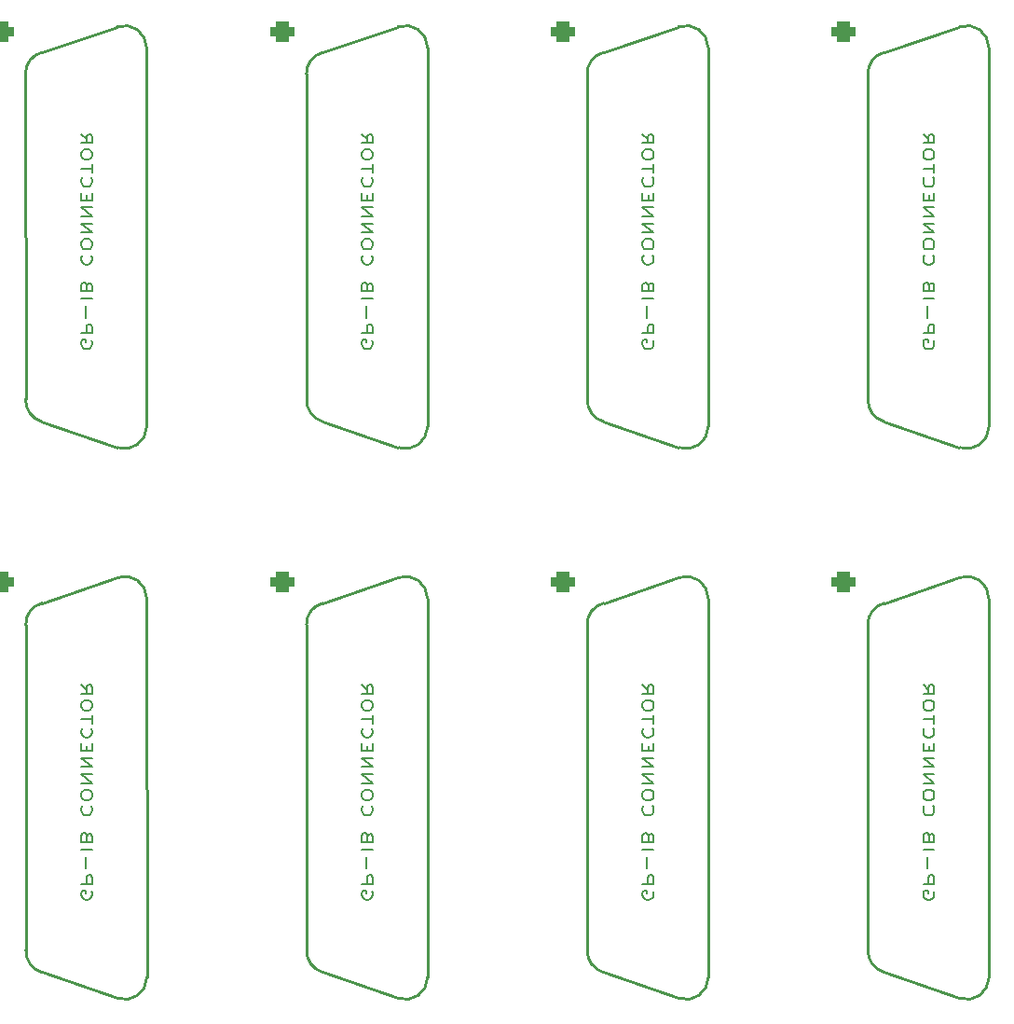
<source format=gbo>
G04 #@! TF.GenerationSoftware,KiCad,Pcbnew,6.0.0-d3dd2cf0fa~116~ubuntu20.04.1*
G04 #@! TF.CreationDate,2022-01-17T17:50:43+01:00*
G04 #@! TF.ProjectId,8xArduino_GPIB_Cuttout,38784172-6475-4696-9e6f-5f475049425f,rev?*
G04 #@! TF.SameCoordinates,Original*
G04 #@! TF.FileFunction,Legend,Bot*
G04 #@! TF.FilePolarity,Positive*
%FSLAX46Y46*%
G04 Gerber Fmt 4.6, Leading zero omitted, Abs format (unit mm)*
G04 Created by KiCad (PCBNEW 6.0.0-d3dd2cf0fa~116~ubuntu20.04.1) date 2022-01-17 17:50:43*
%MOMM*%
%LPD*%
G01*
G04 APERTURE LIST*
G04 Aperture macros list*
%AMRoundRect*
0 Rectangle with rounded corners*
0 $1 Rounding radius*
0 $2 $3 $4 $5 $6 $7 $8 $9 X,Y pos of 4 corners*
0 Add a 4 corners polygon primitive as box body*
4,1,4,$2,$3,$4,$5,$6,$7,$8,$9,$2,$3,0*
0 Add four circle primitives for the rounded corners*
1,1,$1+$1,$2,$3*
1,1,$1+$1,$4,$5*
1,1,$1+$1,$6,$7*
1,1,$1+$1,$8,$9*
0 Add four rect primitives between the rounded corners*
20,1,$1+$1,$2,$3,$4,$5,0*
20,1,$1+$1,$4,$5,$6,$7,0*
20,1,$1+$1,$6,$7,$8,$9,0*
20,1,$1+$1,$8,$9,$2,$3,0*%
G04 Aperture macros list end*
%ADD10C,0.200000*%
%ADD11C,0.250000*%
%ADD12C,0.120000*%
%ADD13C,0.602000*%
%ADD14RoundRect,0.476000X-0.625000X-0.425000X0.625000X-0.425000X0.625000X0.425000X-0.625000X0.425000X0*%
%ADD15O,2.202000X1.802000*%
G04 APERTURE END LIST*
D10*
X129565000Y-87796666D02*
X129612619Y-87930000D01*
X129612619Y-88130000D01*
X129565000Y-88330000D01*
X129469761Y-88463333D01*
X129374523Y-88530000D01*
X129184047Y-88596666D01*
X129041190Y-88596666D01*
X128850714Y-88530000D01*
X128755476Y-88463333D01*
X128660238Y-88330000D01*
X128612619Y-88130000D01*
X128612619Y-87996666D01*
X128660238Y-87796666D01*
X128707857Y-87730000D01*
X129041190Y-87730000D01*
X129041190Y-87996666D01*
X128612619Y-87130000D02*
X129612619Y-87130000D01*
X129612619Y-86596666D01*
X129565000Y-86463333D01*
X129517380Y-86396666D01*
X129422142Y-86330000D01*
X129279285Y-86330000D01*
X129184047Y-86396666D01*
X129136428Y-86463333D01*
X129088809Y-86596666D01*
X129088809Y-87130000D01*
X128993571Y-85730000D02*
X128993571Y-84663333D01*
X128612619Y-83996666D02*
X129612619Y-83996666D01*
X129136428Y-82863333D02*
X129088809Y-82663333D01*
X129041190Y-82596666D01*
X128945952Y-82530000D01*
X128803095Y-82530000D01*
X128707857Y-82596666D01*
X128660238Y-82663333D01*
X128612619Y-82796666D01*
X128612619Y-83330000D01*
X129612619Y-83330000D01*
X129612619Y-82863333D01*
X129565000Y-82730000D01*
X129517380Y-82663333D01*
X129422142Y-82596666D01*
X129326904Y-82596666D01*
X129231666Y-82663333D01*
X129184047Y-82730000D01*
X129136428Y-82863333D01*
X129136428Y-83330000D01*
X128707857Y-80063333D02*
X128660238Y-80130000D01*
X128612619Y-80330000D01*
X128612619Y-80463333D01*
X128660238Y-80663333D01*
X128755476Y-80796666D01*
X128850714Y-80863333D01*
X129041190Y-80930000D01*
X129184047Y-80930000D01*
X129374523Y-80863333D01*
X129469761Y-80796666D01*
X129565000Y-80663333D01*
X129612619Y-80463333D01*
X129612619Y-80330000D01*
X129565000Y-80130000D01*
X129517380Y-80063333D01*
X129612619Y-79196666D02*
X129612619Y-78930000D01*
X129565000Y-78796666D01*
X129469761Y-78663333D01*
X129279285Y-78596666D01*
X128945952Y-78596666D01*
X128755476Y-78663333D01*
X128660238Y-78796666D01*
X128612619Y-78930000D01*
X128612619Y-79196666D01*
X128660238Y-79330000D01*
X128755476Y-79463333D01*
X128945952Y-79530000D01*
X129279285Y-79530000D01*
X129469761Y-79463333D01*
X129565000Y-79330000D01*
X129612619Y-79196666D01*
X128612619Y-77996666D02*
X129612619Y-77996666D01*
X128612619Y-77196666D01*
X129612619Y-77196666D01*
X128612619Y-76530000D02*
X129612619Y-76530000D01*
X128612619Y-75730000D01*
X129612619Y-75730000D01*
X129136428Y-75063333D02*
X129136428Y-74596666D01*
X128612619Y-74396666D02*
X128612619Y-75063333D01*
X129612619Y-75063333D01*
X129612619Y-74396666D01*
X128707857Y-72996666D02*
X128660238Y-73063333D01*
X128612619Y-73263333D01*
X128612619Y-73396666D01*
X128660238Y-73596666D01*
X128755476Y-73730000D01*
X128850714Y-73796666D01*
X129041190Y-73863333D01*
X129184047Y-73863333D01*
X129374523Y-73796666D01*
X129469761Y-73730000D01*
X129565000Y-73596666D01*
X129612619Y-73396666D01*
X129612619Y-73263333D01*
X129565000Y-73063333D01*
X129517380Y-72996666D01*
X129612619Y-72596666D02*
X129612619Y-71796666D01*
X128612619Y-72196666D02*
X129612619Y-72196666D01*
X129612619Y-71063333D02*
X129612619Y-70796666D01*
X129565000Y-70663333D01*
X129469761Y-70530000D01*
X129279285Y-70463333D01*
X128945952Y-70463333D01*
X128755476Y-70530000D01*
X128660238Y-70663333D01*
X128612619Y-70796666D01*
X128612619Y-71063333D01*
X128660238Y-71196666D01*
X128755476Y-71330000D01*
X128945952Y-71396666D01*
X129279285Y-71396666D01*
X129469761Y-71330000D01*
X129565000Y-71196666D01*
X129612619Y-71063333D01*
X128612619Y-69063333D02*
X129088809Y-69530000D01*
X128612619Y-69863333D02*
X129612619Y-69863333D01*
X129612619Y-69330000D01*
X129565000Y-69196666D01*
X129517380Y-69130000D01*
X129422142Y-69063333D01*
X129279285Y-69063333D01*
X129184047Y-69130000D01*
X129136428Y-69196666D01*
X129088809Y-69330000D01*
X129088809Y-69863333D01*
X104065000Y-87796666D02*
X104112619Y-87930000D01*
X104112619Y-88130000D01*
X104065000Y-88330000D01*
X103969761Y-88463333D01*
X103874523Y-88530000D01*
X103684047Y-88596666D01*
X103541190Y-88596666D01*
X103350714Y-88530000D01*
X103255476Y-88463333D01*
X103160238Y-88330000D01*
X103112619Y-88130000D01*
X103112619Y-87996666D01*
X103160238Y-87796666D01*
X103207857Y-87730000D01*
X103541190Y-87730000D01*
X103541190Y-87996666D01*
X103112619Y-87130000D02*
X104112619Y-87130000D01*
X104112619Y-86596666D01*
X104065000Y-86463333D01*
X104017380Y-86396666D01*
X103922142Y-86330000D01*
X103779285Y-86330000D01*
X103684047Y-86396666D01*
X103636428Y-86463333D01*
X103588809Y-86596666D01*
X103588809Y-87130000D01*
X103493571Y-85730000D02*
X103493571Y-84663333D01*
X103112619Y-83996666D02*
X104112619Y-83996666D01*
X103636428Y-82863333D02*
X103588809Y-82663333D01*
X103541190Y-82596666D01*
X103445952Y-82530000D01*
X103303095Y-82530000D01*
X103207857Y-82596666D01*
X103160238Y-82663333D01*
X103112619Y-82796666D01*
X103112619Y-83330000D01*
X104112619Y-83330000D01*
X104112619Y-82863333D01*
X104065000Y-82730000D01*
X104017380Y-82663333D01*
X103922142Y-82596666D01*
X103826904Y-82596666D01*
X103731666Y-82663333D01*
X103684047Y-82730000D01*
X103636428Y-82863333D01*
X103636428Y-83330000D01*
X103207857Y-80063333D02*
X103160238Y-80130000D01*
X103112619Y-80330000D01*
X103112619Y-80463333D01*
X103160238Y-80663333D01*
X103255476Y-80796666D01*
X103350714Y-80863333D01*
X103541190Y-80930000D01*
X103684047Y-80930000D01*
X103874523Y-80863333D01*
X103969761Y-80796666D01*
X104065000Y-80663333D01*
X104112619Y-80463333D01*
X104112619Y-80330000D01*
X104065000Y-80130000D01*
X104017380Y-80063333D01*
X104112619Y-79196666D02*
X104112619Y-78930000D01*
X104065000Y-78796666D01*
X103969761Y-78663333D01*
X103779285Y-78596666D01*
X103445952Y-78596666D01*
X103255476Y-78663333D01*
X103160238Y-78796666D01*
X103112619Y-78930000D01*
X103112619Y-79196666D01*
X103160238Y-79330000D01*
X103255476Y-79463333D01*
X103445952Y-79530000D01*
X103779285Y-79530000D01*
X103969761Y-79463333D01*
X104065000Y-79330000D01*
X104112619Y-79196666D01*
X103112619Y-77996666D02*
X104112619Y-77996666D01*
X103112619Y-77196666D01*
X104112619Y-77196666D01*
X103112619Y-76530000D02*
X104112619Y-76530000D01*
X103112619Y-75730000D01*
X104112619Y-75730000D01*
X103636428Y-75063333D02*
X103636428Y-74596666D01*
X103112619Y-74396666D02*
X103112619Y-75063333D01*
X104112619Y-75063333D01*
X104112619Y-74396666D01*
X103207857Y-72996666D02*
X103160238Y-73063333D01*
X103112619Y-73263333D01*
X103112619Y-73396666D01*
X103160238Y-73596666D01*
X103255476Y-73730000D01*
X103350714Y-73796666D01*
X103541190Y-73863333D01*
X103684047Y-73863333D01*
X103874523Y-73796666D01*
X103969761Y-73730000D01*
X104065000Y-73596666D01*
X104112619Y-73396666D01*
X104112619Y-73263333D01*
X104065000Y-73063333D01*
X104017380Y-72996666D01*
X104112619Y-72596666D02*
X104112619Y-71796666D01*
X103112619Y-72196666D02*
X104112619Y-72196666D01*
X104112619Y-71063333D02*
X104112619Y-70796666D01*
X104065000Y-70663333D01*
X103969761Y-70530000D01*
X103779285Y-70463333D01*
X103445952Y-70463333D01*
X103255476Y-70530000D01*
X103160238Y-70663333D01*
X103112619Y-70796666D01*
X103112619Y-71063333D01*
X103160238Y-71196666D01*
X103255476Y-71330000D01*
X103445952Y-71396666D01*
X103779285Y-71396666D01*
X103969761Y-71330000D01*
X104065000Y-71196666D01*
X104112619Y-71063333D01*
X103112619Y-69063333D02*
X103588809Y-69530000D01*
X103112619Y-69863333D02*
X104112619Y-69863333D01*
X104112619Y-69330000D01*
X104065000Y-69196666D01*
X104017380Y-69130000D01*
X103922142Y-69063333D01*
X103779285Y-69063333D01*
X103684047Y-69130000D01*
X103636428Y-69196666D01*
X103588809Y-69330000D01*
X103588809Y-69863333D01*
X104065000Y-137796666D02*
X104112619Y-137930000D01*
X104112619Y-138130000D01*
X104065000Y-138330000D01*
X103969761Y-138463333D01*
X103874523Y-138530000D01*
X103684047Y-138596666D01*
X103541190Y-138596666D01*
X103350714Y-138530000D01*
X103255476Y-138463333D01*
X103160238Y-138330000D01*
X103112619Y-138130000D01*
X103112619Y-137996666D01*
X103160238Y-137796666D01*
X103207857Y-137730000D01*
X103541190Y-137730000D01*
X103541190Y-137996666D01*
X103112619Y-137130000D02*
X104112619Y-137130000D01*
X104112619Y-136596666D01*
X104065000Y-136463333D01*
X104017380Y-136396666D01*
X103922142Y-136330000D01*
X103779285Y-136330000D01*
X103684047Y-136396666D01*
X103636428Y-136463333D01*
X103588809Y-136596666D01*
X103588809Y-137130000D01*
X103493571Y-135730000D02*
X103493571Y-134663333D01*
X103112619Y-133996666D02*
X104112619Y-133996666D01*
X103636428Y-132863333D02*
X103588809Y-132663333D01*
X103541190Y-132596666D01*
X103445952Y-132530000D01*
X103303095Y-132530000D01*
X103207857Y-132596666D01*
X103160238Y-132663333D01*
X103112619Y-132796666D01*
X103112619Y-133330000D01*
X104112619Y-133330000D01*
X104112619Y-132863333D01*
X104065000Y-132730000D01*
X104017380Y-132663333D01*
X103922142Y-132596666D01*
X103826904Y-132596666D01*
X103731666Y-132663333D01*
X103684047Y-132730000D01*
X103636428Y-132863333D01*
X103636428Y-133330000D01*
X103207857Y-130063333D02*
X103160238Y-130130000D01*
X103112619Y-130330000D01*
X103112619Y-130463333D01*
X103160238Y-130663333D01*
X103255476Y-130796666D01*
X103350714Y-130863333D01*
X103541190Y-130930000D01*
X103684047Y-130930000D01*
X103874523Y-130863333D01*
X103969761Y-130796666D01*
X104065000Y-130663333D01*
X104112619Y-130463333D01*
X104112619Y-130330000D01*
X104065000Y-130130000D01*
X104017380Y-130063333D01*
X104112619Y-129196666D02*
X104112619Y-128930000D01*
X104065000Y-128796666D01*
X103969761Y-128663333D01*
X103779285Y-128596666D01*
X103445952Y-128596666D01*
X103255476Y-128663333D01*
X103160238Y-128796666D01*
X103112619Y-128930000D01*
X103112619Y-129196666D01*
X103160238Y-129330000D01*
X103255476Y-129463333D01*
X103445952Y-129530000D01*
X103779285Y-129530000D01*
X103969761Y-129463333D01*
X104065000Y-129330000D01*
X104112619Y-129196666D01*
X103112619Y-127996666D02*
X104112619Y-127996666D01*
X103112619Y-127196666D01*
X104112619Y-127196666D01*
X103112619Y-126530000D02*
X104112619Y-126530000D01*
X103112619Y-125730000D01*
X104112619Y-125730000D01*
X103636428Y-125063333D02*
X103636428Y-124596666D01*
X103112619Y-124396666D02*
X103112619Y-125063333D01*
X104112619Y-125063333D01*
X104112619Y-124396666D01*
X103207857Y-122996666D02*
X103160238Y-123063333D01*
X103112619Y-123263333D01*
X103112619Y-123396666D01*
X103160238Y-123596666D01*
X103255476Y-123730000D01*
X103350714Y-123796666D01*
X103541190Y-123863333D01*
X103684047Y-123863333D01*
X103874523Y-123796666D01*
X103969761Y-123730000D01*
X104065000Y-123596666D01*
X104112619Y-123396666D01*
X104112619Y-123263333D01*
X104065000Y-123063333D01*
X104017380Y-122996666D01*
X104112619Y-122596666D02*
X104112619Y-121796666D01*
X103112619Y-122196666D02*
X104112619Y-122196666D01*
X104112619Y-121063333D02*
X104112619Y-120796666D01*
X104065000Y-120663333D01*
X103969761Y-120530000D01*
X103779285Y-120463333D01*
X103445952Y-120463333D01*
X103255476Y-120530000D01*
X103160238Y-120663333D01*
X103112619Y-120796666D01*
X103112619Y-121063333D01*
X103160238Y-121196666D01*
X103255476Y-121330000D01*
X103445952Y-121396666D01*
X103779285Y-121396666D01*
X103969761Y-121330000D01*
X104065000Y-121196666D01*
X104112619Y-121063333D01*
X103112619Y-119063333D02*
X103588809Y-119530000D01*
X103112619Y-119863333D02*
X104112619Y-119863333D01*
X104112619Y-119330000D01*
X104065000Y-119196666D01*
X104017380Y-119130000D01*
X103922142Y-119063333D01*
X103779285Y-119063333D01*
X103684047Y-119130000D01*
X103636428Y-119196666D01*
X103588809Y-119330000D01*
X103588809Y-119863333D01*
X129565000Y-137796666D02*
X129612619Y-137930000D01*
X129612619Y-138130000D01*
X129565000Y-138330000D01*
X129469761Y-138463333D01*
X129374523Y-138530000D01*
X129184047Y-138596666D01*
X129041190Y-138596666D01*
X128850714Y-138530000D01*
X128755476Y-138463333D01*
X128660238Y-138330000D01*
X128612619Y-138130000D01*
X128612619Y-137996666D01*
X128660238Y-137796666D01*
X128707857Y-137730000D01*
X129041190Y-137730000D01*
X129041190Y-137996666D01*
X128612619Y-137130000D02*
X129612619Y-137130000D01*
X129612619Y-136596666D01*
X129565000Y-136463333D01*
X129517380Y-136396666D01*
X129422142Y-136330000D01*
X129279285Y-136330000D01*
X129184047Y-136396666D01*
X129136428Y-136463333D01*
X129088809Y-136596666D01*
X129088809Y-137130000D01*
X128993571Y-135730000D02*
X128993571Y-134663333D01*
X128612619Y-133996666D02*
X129612619Y-133996666D01*
X129136428Y-132863333D02*
X129088809Y-132663333D01*
X129041190Y-132596666D01*
X128945952Y-132530000D01*
X128803095Y-132530000D01*
X128707857Y-132596666D01*
X128660238Y-132663333D01*
X128612619Y-132796666D01*
X128612619Y-133330000D01*
X129612619Y-133330000D01*
X129612619Y-132863333D01*
X129565000Y-132730000D01*
X129517380Y-132663333D01*
X129422142Y-132596666D01*
X129326904Y-132596666D01*
X129231666Y-132663333D01*
X129184047Y-132730000D01*
X129136428Y-132863333D01*
X129136428Y-133330000D01*
X128707857Y-130063333D02*
X128660238Y-130130000D01*
X128612619Y-130330000D01*
X128612619Y-130463333D01*
X128660238Y-130663333D01*
X128755476Y-130796666D01*
X128850714Y-130863333D01*
X129041190Y-130930000D01*
X129184047Y-130930000D01*
X129374523Y-130863333D01*
X129469761Y-130796666D01*
X129565000Y-130663333D01*
X129612619Y-130463333D01*
X129612619Y-130330000D01*
X129565000Y-130130000D01*
X129517380Y-130063333D01*
X129612619Y-129196666D02*
X129612619Y-128930000D01*
X129565000Y-128796666D01*
X129469761Y-128663333D01*
X129279285Y-128596666D01*
X128945952Y-128596666D01*
X128755476Y-128663333D01*
X128660238Y-128796666D01*
X128612619Y-128930000D01*
X128612619Y-129196666D01*
X128660238Y-129330000D01*
X128755476Y-129463333D01*
X128945952Y-129530000D01*
X129279285Y-129530000D01*
X129469761Y-129463333D01*
X129565000Y-129330000D01*
X129612619Y-129196666D01*
X128612619Y-127996666D02*
X129612619Y-127996666D01*
X128612619Y-127196666D01*
X129612619Y-127196666D01*
X128612619Y-126530000D02*
X129612619Y-126530000D01*
X128612619Y-125730000D01*
X129612619Y-125730000D01*
X129136428Y-125063333D02*
X129136428Y-124596666D01*
X128612619Y-124396666D02*
X128612619Y-125063333D01*
X129612619Y-125063333D01*
X129612619Y-124396666D01*
X128707857Y-122996666D02*
X128660238Y-123063333D01*
X128612619Y-123263333D01*
X128612619Y-123396666D01*
X128660238Y-123596666D01*
X128755476Y-123730000D01*
X128850714Y-123796666D01*
X129041190Y-123863333D01*
X129184047Y-123863333D01*
X129374523Y-123796666D01*
X129469761Y-123730000D01*
X129565000Y-123596666D01*
X129612619Y-123396666D01*
X129612619Y-123263333D01*
X129565000Y-123063333D01*
X129517380Y-122996666D01*
X129612619Y-122596666D02*
X129612619Y-121796666D01*
X128612619Y-122196666D02*
X129612619Y-122196666D01*
X129612619Y-121063333D02*
X129612619Y-120796666D01*
X129565000Y-120663333D01*
X129469761Y-120530000D01*
X129279285Y-120463333D01*
X128945952Y-120463333D01*
X128755476Y-120530000D01*
X128660238Y-120663333D01*
X128612619Y-120796666D01*
X128612619Y-121063333D01*
X128660238Y-121196666D01*
X128755476Y-121330000D01*
X128945952Y-121396666D01*
X129279285Y-121396666D01*
X129469761Y-121330000D01*
X129565000Y-121196666D01*
X129612619Y-121063333D01*
X128612619Y-119063333D02*
X129088809Y-119530000D01*
X128612619Y-119863333D02*
X129612619Y-119863333D01*
X129612619Y-119330000D01*
X129565000Y-119196666D01*
X129517380Y-119130000D01*
X129422142Y-119063333D01*
X129279285Y-119063333D01*
X129184047Y-119130000D01*
X129136428Y-119196666D01*
X129088809Y-119330000D01*
X129088809Y-119863333D01*
X180565000Y-137796666D02*
X180612619Y-137930000D01*
X180612619Y-138130000D01*
X180565000Y-138330000D01*
X180469761Y-138463333D01*
X180374523Y-138530000D01*
X180184047Y-138596666D01*
X180041190Y-138596666D01*
X179850714Y-138530000D01*
X179755476Y-138463333D01*
X179660238Y-138330000D01*
X179612619Y-138130000D01*
X179612619Y-137996666D01*
X179660238Y-137796666D01*
X179707857Y-137730000D01*
X180041190Y-137730000D01*
X180041190Y-137996666D01*
X179612619Y-137130000D02*
X180612619Y-137130000D01*
X180612619Y-136596666D01*
X180565000Y-136463333D01*
X180517380Y-136396666D01*
X180422142Y-136330000D01*
X180279285Y-136330000D01*
X180184047Y-136396666D01*
X180136428Y-136463333D01*
X180088809Y-136596666D01*
X180088809Y-137130000D01*
X179993571Y-135730000D02*
X179993571Y-134663333D01*
X179612619Y-133996666D02*
X180612619Y-133996666D01*
X180136428Y-132863333D02*
X180088809Y-132663333D01*
X180041190Y-132596666D01*
X179945952Y-132530000D01*
X179803095Y-132530000D01*
X179707857Y-132596666D01*
X179660238Y-132663333D01*
X179612619Y-132796666D01*
X179612619Y-133330000D01*
X180612619Y-133330000D01*
X180612619Y-132863333D01*
X180565000Y-132730000D01*
X180517380Y-132663333D01*
X180422142Y-132596666D01*
X180326904Y-132596666D01*
X180231666Y-132663333D01*
X180184047Y-132730000D01*
X180136428Y-132863333D01*
X180136428Y-133330000D01*
X179707857Y-130063333D02*
X179660238Y-130130000D01*
X179612619Y-130330000D01*
X179612619Y-130463333D01*
X179660238Y-130663333D01*
X179755476Y-130796666D01*
X179850714Y-130863333D01*
X180041190Y-130930000D01*
X180184047Y-130930000D01*
X180374523Y-130863333D01*
X180469761Y-130796666D01*
X180565000Y-130663333D01*
X180612619Y-130463333D01*
X180612619Y-130330000D01*
X180565000Y-130130000D01*
X180517380Y-130063333D01*
X180612619Y-129196666D02*
X180612619Y-128930000D01*
X180565000Y-128796666D01*
X180469761Y-128663333D01*
X180279285Y-128596666D01*
X179945952Y-128596666D01*
X179755476Y-128663333D01*
X179660238Y-128796666D01*
X179612619Y-128930000D01*
X179612619Y-129196666D01*
X179660238Y-129330000D01*
X179755476Y-129463333D01*
X179945952Y-129530000D01*
X180279285Y-129530000D01*
X180469761Y-129463333D01*
X180565000Y-129330000D01*
X180612619Y-129196666D01*
X179612619Y-127996666D02*
X180612619Y-127996666D01*
X179612619Y-127196666D01*
X180612619Y-127196666D01*
X179612619Y-126530000D02*
X180612619Y-126530000D01*
X179612619Y-125730000D01*
X180612619Y-125730000D01*
X180136428Y-125063333D02*
X180136428Y-124596666D01*
X179612619Y-124396666D02*
X179612619Y-125063333D01*
X180612619Y-125063333D01*
X180612619Y-124396666D01*
X179707857Y-122996666D02*
X179660238Y-123063333D01*
X179612619Y-123263333D01*
X179612619Y-123396666D01*
X179660238Y-123596666D01*
X179755476Y-123730000D01*
X179850714Y-123796666D01*
X180041190Y-123863333D01*
X180184047Y-123863333D01*
X180374523Y-123796666D01*
X180469761Y-123730000D01*
X180565000Y-123596666D01*
X180612619Y-123396666D01*
X180612619Y-123263333D01*
X180565000Y-123063333D01*
X180517380Y-122996666D01*
X180612619Y-122596666D02*
X180612619Y-121796666D01*
X179612619Y-122196666D02*
X180612619Y-122196666D01*
X180612619Y-121063333D02*
X180612619Y-120796666D01*
X180565000Y-120663333D01*
X180469761Y-120530000D01*
X180279285Y-120463333D01*
X179945952Y-120463333D01*
X179755476Y-120530000D01*
X179660238Y-120663333D01*
X179612619Y-120796666D01*
X179612619Y-121063333D01*
X179660238Y-121196666D01*
X179755476Y-121330000D01*
X179945952Y-121396666D01*
X180279285Y-121396666D01*
X180469761Y-121330000D01*
X180565000Y-121196666D01*
X180612619Y-121063333D01*
X179612619Y-119063333D02*
X180088809Y-119530000D01*
X179612619Y-119863333D02*
X180612619Y-119863333D01*
X180612619Y-119330000D01*
X180565000Y-119196666D01*
X180517380Y-119130000D01*
X180422142Y-119063333D01*
X180279285Y-119063333D01*
X180184047Y-119130000D01*
X180136428Y-119196666D01*
X180088809Y-119330000D01*
X180088809Y-119863333D01*
X155065000Y-137796666D02*
X155112619Y-137930000D01*
X155112619Y-138130000D01*
X155065000Y-138330000D01*
X154969761Y-138463333D01*
X154874523Y-138530000D01*
X154684047Y-138596666D01*
X154541190Y-138596666D01*
X154350714Y-138530000D01*
X154255476Y-138463333D01*
X154160238Y-138330000D01*
X154112619Y-138130000D01*
X154112619Y-137996666D01*
X154160238Y-137796666D01*
X154207857Y-137730000D01*
X154541190Y-137730000D01*
X154541190Y-137996666D01*
X154112619Y-137130000D02*
X155112619Y-137130000D01*
X155112619Y-136596666D01*
X155065000Y-136463333D01*
X155017380Y-136396666D01*
X154922142Y-136330000D01*
X154779285Y-136330000D01*
X154684047Y-136396666D01*
X154636428Y-136463333D01*
X154588809Y-136596666D01*
X154588809Y-137130000D01*
X154493571Y-135730000D02*
X154493571Y-134663333D01*
X154112619Y-133996666D02*
X155112619Y-133996666D01*
X154636428Y-132863333D02*
X154588809Y-132663333D01*
X154541190Y-132596666D01*
X154445952Y-132530000D01*
X154303095Y-132530000D01*
X154207857Y-132596666D01*
X154160238Y-132663333D01*
X154112619Y-132796666D01*
X154112619Y-133330000D01*
X155112619Y-133330000D01*
X155112619Y-132863333D01*
X155065000Y-132730000D01*
X155017380Y-132663333D01*
X154922142Y-132596666D01*
X154826904Y-132596666D01*
X154731666Y-132663333D01*
X154684047Y-132730000D01*
X154636428Y-132863333D01*
X154636428Y-133330000D01*
X154207857Y-130063333D02*
X154160238Y-130130000D01*
X154112619Y-130330000D01*
X154112619Y-130463333D01*
X154160238Y-130663333D01*
X154255476Y-130796666D01*
X154350714Y-130863333D01*
X154541190Y-130930000D01*
X154684047Y-130930000D01*
X154874523Y-130863333D01*
X154969761Y-130796666D01*
X155065000Y-130663333D01*
X155112619Y-130463333D01*
X155112619Y-130330000D01*
X155065000Y-130130000D01*
X155017380Y-130063333D01*
X155112619Y-129196666D02*
X155112619Y-128930000D01*
X155065000Y-128796666D01*
X154969761Y-128663333D01*
X154779285Y-128596666D01*
X154445952Y-128596666D01*
X154255476Y-128663333D01*
X154160238Y-128796666D01*
X154112619Y-128930000D01*
X154112619Y-129196666D01*
X154160238Y-129330000D01*
X154255476Y-129463333D01*
X154445952Y-129530000D01*
X154779285Y-129530000D01*
X154969761Y-129463333D01*
X155065000Y-129330000D01*
X155112619Y-129196666D01*
X154112619Y-127996666D02*
X155112619Y-127996666D01*
X154112619Y-127196666D01*
X155112619Y-127196666D01*
X154112619Y-126530000D02*
X155112619Y-126530000D01*
X154112619Y-125730000D01*
X155112619Y-125730000D01*
X154636428Y-125063333D02*
X154636428Y-124596666D01*
X154112619Y-124396666D02*
X154112619Y-125063333D01*
X155112619Y-125063333D01*
X155112619Y-124396666D01*
X154207857Y-122996666D02*
X154160238Y-123063333D01*
X154112619Y-123263333D01*
X154112619Y-123396666D01*
X154160238Y-123596666D01*
X154255476Y-123730000D01*
X154350714Y-123796666D01*
X154541190Y-123863333D01*
X154684047Y-123863333D01*
X154874523Y-123796666D01*
X154969761Y-123730000D01*
X155065000Y-123596666D01*
X155112619Y-123396666D01*
X155112619Y-123263333D01*
X155065000Y-123063333D01*
X155017380Y-122996666D01*
X155112619Y-122596666D02*
X155112619Y-121796666D01*
X154112619Y-122196666D02*
X155112619Y-122196666D01*
X155112619Y-121063333D02*
X155112619Y-120796666D01*
X155065000Y-120663333D01*
X154969761Y-120530000D01*
X154779285Y-120463333D01*
X154445952Y-120463333D01*
X154255476Y-120530000D01*
X154160238Y-120663333D01*
X154112619Y-120796666D01*
X154112619Y-121063333D01*
X154160238Y-121196666D01*
X154255476Y-121330000D01*
X154445952Y-121396666D01*
X154779285Y-121396666D01*
X154969761Y-121330000D01*
X155065000Y-121196666D01*
X155112619Y-121063333D01*
X154112619Y-119063333D02*
X154588809Y-119530000D01*
X154112619Y-119863333D02*
X155112619Y-119863333D01*
X155112619Y-119330000D01*
X155065000Y-119196666D01*
X155017380Y-119130000D01*
X154922142Y-119063333D01*
X154779285Y-119063333D01*
X154684047Y-119130000D01*
X154636428Y-119196666D01*
X154588809Y-119330000D01*
X154588809Y-119863333D01*
X180565000Y-87796666D02*
X180612619Y-87930000D01*
X180612619Y-88130000D01*
X180565000Y-88330000D01*
X180469761Y-88463333D01*
X180374523Y-88530000D01*
X180184047Y-88596666D01*
X180041190Y-88596666D01*
X179850714Y-88530000D01*
X179755476Y-88463333D01*
X179660238Y-88330000D01*
X179612619Y-88130000D01*
X179612619Y-87996666D01*
X179660238Y-87796666D01*
X179707857Y-87730000D01*
X180041190Y-87730000D01*
X180041190Y-87996666D01*
X179612619Y-87130000D02*
X180612619Y-87130000D01*
X180612619Y-86596666D01*
X180565000Y-86463333D01*
X180517380Y-86396666D01*
X180422142Y-86330000D01*
X180279285Y-86330000D01*
X180184047Y-86396666D01*
X180136428Y-86463333D01*
X180088809Y-86596666D01*
X180088809Y-87130000D01*
X179993571Y-85730000D02*
X179993571Y-84663333D01*
X179612619Y-83996666D02*
X180612619Y-83996666D01*
X180136428Y-82863333D02*
X180088809Y-82663333D01*
X180041190Y-82596666D01*
X179945952Y-82530000D01*
X179803095Y-82530000D01*
X179707857Y-82596666D01*
X179660238Y-82663333D01*
X179612619Y-82796666D01*
X179612619Y-83330000D01*
X180612619Y-83330000D01*
X180612619Y-82863333D01*
X180565000Y-82730000D01*
X180517380Y-82663333D01*
X180422142Y-82596666D01*
X180326904Y-82596666D01*
X180231666Y-82663333D01*
X180184047Y-82730000D01*
X180136428Y-82863333D01*
X180136428Y-83330000D01*
X179707857Y-80063333D02*
X179660238Y-80130000D01*
X179612619Y-80330000D01*
X179612619Y-80463333D01*
X179660238Y-80663333D01*
X179755476Y-80796666D01*
X179850714Y-80863333D01*
X180041190Y-80930000D01*
X180184047Y-80930000D01*
X180374523Y-80863333D01*
X180469761Y-80796666D01*
X180565000Y-80663333D01*
X180612619Y-80463333D01*
X180612619Y-80330000D01*
X180565000Y-80130000D01*
X180517380Y-80063333D01*
X180612619Y-79196666D02*
X180612619Y-78930000D01*
X180565000Y-78796666D01*
X180469761Y-78663333D01*
X180279285Y-78596666D01*
X179945952Y-78596666D01*
X179755476Y-78663333D01*
X179660238Y-78796666D01*
X179612619Y-78930000D01*
X179612619Y-79196666D01*
X179660238Y-79330000D01*
X179755476Y-79463333D01*
X179945952Y-79530000D01*
X180279285Y-79530000D01*
X180469761Y-79463333D01*
X180565000Y-79330000D01*
X180612619Y-79196666D01*
X179612619Y-77996666D02*
X180612619Y-77996666D01*
X179612619Y-77196666D01*
X180612619Y-77196666D01*
X179612619Y-76530000D02*
X180612619Y-76530000D01*
X179612619Y-75730000D01*
X180612619Y-75730000D01*
X180136428Y-75063333D02*
X180136428Y-74596666D01*
X179612619Y-74396666D02*
X179612619Y-75063333D01*
X180612619Y-75063333D01*
X180612619Y-74396666D01*
X179707857Y-72996666D02*
X179660238Y-73063333D01*
X179612619Y-73263333D01*
X179612619Y-73396666D01*
X179660238Y-73596666D01*
X179755476Y-73730000D01*
X179850714Y-73796666D01*
X180041190Y-73863333D01*
X180184047Y-73863333D01*
X180374523Y-73796666D01*
X180469761Y-73730000D01*
X180565000Y-73596666D01*
X180612619Y-73396666D01*
X180612619Y-73263333D01*
X180565000Y-73063333D01*
X180517380Y-72996666D01*
X180612619Y-72596666D02*
X180612619Y-71796666D01*
X179612619Y-72196666D02*
X180612619Y-72196666D01*
X180612619Y-71063333D02*
X180612619Y-70796666D01*
X180565000Y-70663333D01*
X180469761Y-70530000D01*
X180279285Y-70463333D01*
X179945952Y-70463333D01*
X179755476Y-70530000D01*
X179660238Y-70663333D01*
X179612619Y-70796666D01*
X179612619Y-71063333D01*
X179660238Y-71196666D01*
X179755476Y-71330000D01*
X179945952Y-71396666D01*
X180279285Y-71396666D01*
X180469761Y-71330000D01*
X180565000Y-71196666D01*
X180612619Y-71063333D01*
X179612619Y-69063333D02*
X180088809Y-69530000D01*
X179612619Y-69863333D02*
X180612619Y-69863333D01*
X180612619Y-69330000D01*
X180565000Y-69196666D01*
X180517380Y-69130000D01*
X180422142Y-69063333D01*
X180279285Y-69063333D01*
X180184047Y-69130000D01*
X180136428Y-69196666D01*
X180088809Y-69330000D01*
X180088809Y-69863333D01*
X155065000Y-87796666D02*
X155112619Y-87930000D01*
X155112619Y-88130000D01*
X155065000Y-88330000D01*
X154969761Y-88463333D01*
X154874523Y-88530000D01*
X154684047Y-88596666D01*
X154541190Y-88596666D01*
X154350714Y-88530000D01*
X154255476Y-88463333D01*
X154160238Y-88330000D01*
X154112619Y-88130000D01*
X154112619Y-87996666D01*
X154160238Y-87796666D01*
X154207857Y-87730000D01*
X154541190Y-87730000D01*
X154541190Y-87996666D01*
X154112619Y-87130000D02*
X155112619Y-87130000D01*
X155112619Y-86596666D01*
X155065000Y-86463333D01*
X155017380Y-86396666D01*
X154922142Y-86330000D01*
X154779285Y-86330000D01*
X154684047Y-86396666D01*
X154636428Y-86463333D01*
X154588809Y-86596666D01*
X154588809Y-87130000D01*
X154493571Y-85730000D02*
X154493571Y-84663333D01*
X154112619Y-83996666D02*
X155112619Y-83996666D01*
X154636428Y-82863333D02*
X154588809Y-82663333D01*
X154541190Y-82596666D01*
X154445952Y-82530000D01*
X154303095Y-82530000D01*
X154207857Y-82596666D01*
X154160238Y-82663333D01*
X154112619Y-82796666D01*
X154112619Y-83330000D01*
X155112619Y-83330000D01*
X155112619Y-82863333D01*
X155065000Y-82730000D01*
X155017380Y-82663333D01*
X154922142Y-82596666D01*
X154826904Y-82596666D01*
X154731666Y-82663333D01*
X154684047Y-82730000D01*
X154636428Y-82863333D01*
X154636428Y-83330000D01*
X154207857Y-80063333D02*
X154160238Y-80130000D01*
X154112619Y-80330000D01*
X154112619Y-80463333D01*
X154160238Y-80663333D01*
X154255476Y-80796666D01*
X154350714Y-80863333D01*
X154541190Y-80930000D01*
X154684047Y-80930000D01*
X154874523Y-80863333D01*
X154969761Y-80796666D01*
X155065000Y-80663333D01*
X155112619Y-80463333D01*
X155112619Y-80330000D01*
X155065000Y-80130000D01*
X155017380Y-80063333D01*
X155112619Y-79196666D02*
X155112619Y-78930000D01*
X155065000Y-78796666D01*
X154969761Y-78663333D01*
X154779285Y-78596666D01*
X154445952Y-78596666D01*
X154255476Y-78663333D01*
X154160238Y-78796666D01*
X154112619Y-78930000D01*
X154112619Y-79196666D01*
X154160238Y-79330000D01*
X154255476Y-79463333D01*
X154445952Y-79530000D01*
X154779285Y-79530000D01*
X154969761Y-79463333D01*
X155065000Y-79330000D01*
X155112619Y-79196666D01*
X154112619Y-77996666D02*
X155112619Y-77996666D01*
X154112619Y-77196666D01*
X155112619Y-77196666D01*
X154112619Y-76530000D02*
X155112619Y-76530000D01*
X154112619Y-75730000D01*
X155112619Y-75730000D01*
X154636428Y-75063333D02*
X154636428Y-74596666D01*
X154112619Y-74396666D02*
X154112619Y-75063333D01*
X155112619Y-75063333D01*
X155112619Y-74396666D01*
X154207857Y-72996666D02*
X154160238Y-73063333D01*
X154112619Y-73263333D01*
X154112619Y-73396666D01*
X154160238Y-73596666D01*
X154255476Y-73730000D01*
X154350714Y-73796666D01*
X154541190Y-73863333D01*
X154684047Y-73863333D01*
X154874523Y-73796666D01*
X154969761Y-73730000D01*
X155065000Y-73596666D01*
X155112619Y-73396666D01*
X155112619Y-73263333D01*
X155065000Y-73063333D01*
X155017380Y-72996666D01*
X155112619Y-72596666D02*
X155112619Y-71796666D01*
X154112619Y-72196666D02*
X155112619Y-72196666D01*
X155112619Y-71063333D02*
X155112619Y-70796666D01*
X155065000Y-70663333D01*
X154969761Y-70530000D01*
X154779285Y-70463333D01*
X154445952Y-70463333D01*
X154255476Y-70530000D01*
X154160238Y-70663333D01*
X154112619Y-70796666D01*
X154112619Y-71063333D01*
X154160238Y-71196666D01*
X154255476Y-71330000D01*
X154445952Y-71396666D01*
X154779285Y-71396666D01*
X154969761Y-71330000D01*
X155065000Y-71196666D01*
X155112619Y-71063333D01*
X154112619Y-69063333D02*
X154588809Y-69530000D01*
X154112619Y-69863333D02*
X155112619Y-69863333D01*
X155112619Y-69330000D01*
X155065000Y-69196666D01*
X155017380Y-69130000D01*
X154922142Y-69063333D01*
X154779285Y-69063333D01*
X154684047Y-69130000D01*
X154636428Y-69196666D01*
X154588809Y-69330000D01*
X154588809Y-69863333D01*
D11*
X157405000Y-97500000D02*
X150525000Y-95160000D01*
X160085000Y-95630000D02*
X160075000Y-61222001D01*
X157395000Y-59332001D02*
X150567974Y-61657936D01*
X149085000Y-63620000D02*
X149095000Y-93150000D01*
X160075000Y-61222001D02*
G75*
G03*
X157395000Y-59332001I-2001696J6722D01*
G01*
X150567974Y-61657936D02*
G75*
G03*
X149085000Y-63620000I469989J-1896694D01*
G01*
X149094999Y-93150000D02*
G75*
G03*
X150555000Y-95170000I2042422J-61418D01*
G01*
X157405000Y-97520000D02*
G75*
G03*
X160085000Y-95630000I665938J1900813D01*
G01*
X131905000Y-147500000D02*
X125025000Y-145160000D01*
X134585000Y-145630000D02*
X134575000Y-111222001D01*
X123585000Y-113620000D02*
X123595000Y-143150000D01*
X131895000Y-109332001D02*
X125067974Y-111657936D01*
X131905000Y-147520000D02*
G75*
G03*
X134585000Y-145630000I665938J1900813D01*
G01*
X125067974Y-111657936D02*
G75*
G03*
X123585000Y-113620000I469989J-1896694D01*
G01*
X123594999Y-143150000D02*
G75*
G03*
X125055000Y-145170000I2042422J-61418D01*
G01*
X134575000Y-111222001D02*
G75*
G03*
X131895000Y-109332001I-2001696J6722D01*
G01*
X106372500Y-59332001D02*
X99545474Y-61657936D01*
X106382500Y-97500000D02*
X99502500Y-95160000D01*
X98062500Y-63620000D02*
X98072500Y-93150000D01*
X109062500Y-95630000D02*
X109052500Y-61222001D01*
X106382500Y-97520000D02*
G75*
G03*
X109062500Y-95630000I665938J1900813D01*
G01*
X99545474Y-61657936D02*
G75*
G03*
X98062500Y-63620000I469989J-1896694D01*
G01*
X109052500Y-61222001D02*
G75*
G03*
X106372500Y-59332001I-2001696J6722D01*
G01*
X98072499Y-93150000D02*
G75*
G03*
X99532500Y-95170000I2042422J-61418D01*
G01*
X123585000Y-63620000D02*
X123595000Y-93150000D01*
X131905000Y-97500000D02*
X125025000Y-95160000D01*
X131895000Y-59332001D02*
X125067974Y-61657936D01*
X134585000Y-95630000D02*
X134575000Y-61222001D01*
X123594999Y-93150000D02*
G75*
G03*
X125055000Y-95170000I2042422J-61418D01*
G01*
X131905000Y-97520000D02*
G75*
G03*
X134585000Y-95630000I665938J1900813D01*
G01*
X134575000Y-61222001D02*
G75*
G03*
X131895000Y-59332001I-2001696J6722D01*
G01*
X125067974Y-61657936D02*
G75*
G03*
X123585000Y-63620000I469989J-1896694D01*
G01*
X185585000Y-95630000D02*
X185575000Y-61222001D01*
X174585000Y-63620000D02*
X174595000Y-93150000D01*
X182905000Y-97500000D02*
X176025000Y-95160000D01*
X182895000Y-59332001D02*
X176067974Y-61657936D01*
X174594999Y-93150000D02*
G75*
G03*
X176055000Y-95170000I2042422J-61418D01*
G01*
X176067974Y-61657936D02*
G75*
G03*
X174585000Y-63620000I469989J-1896694D01*
G01*
X182905000Y-97520000D02*
G75*
G03*
X185585000Y-95630000I665938J1900813D01*
G01*
X185575000Y-61222001D02*
G75*
G03*
X182895000Y-59332001I-2001696J6722D01*
G01*
X182905000Y-147500000D02*
X176025000Y-145160000D01*
X185585000Y-145630000D02*
X185575000Y-111222001D01*
X182895000Y-109332001D02*
X176067974Y-111657936D01*
X174585000Y-113620000D02*
X174595000Y-143150000D01*
X174594999Y-143150000D02*
G75*
G03*
X176055000Y-145170000I2042422J-61418D01*
G01*
X182905000Y-147520000D02*
G75*
G03*
X185585000Y-145630000I665938J1900813D01*
G01*
X185575000Y-111222001D02*
G75*
G03*
X182895000Y-109332001I-2001696J6722D01*
G01*
X176067974Y-111657936D02*
G75*
G03*
X174585000Y-113620000I469989J-1896694D01*
G01*
X106395000Y-109332001D02*
X99567974Y-111657936D01*
X106405000Y-147500000D02*
X99525000Y-145160000D01*
X109085000Y-145630000D02*
X109075000Y-111222001D01*
X98085000Y-113620000D02*
X98095000Y-143150000D01*
X99567974Y-111657936D02*
G75*
G03*
X98085000Y-113620000I469989J-1896694D01*
G01*
X109075000Y-111222001D02*
G75*
G03*
X106395000Y-109332001I-2001696J6722D01*
G01*
X98094999Y-143150000D02*
G75*
G03*
X99555000Y-145170000I2042422J-61418D01*
G01*
X106405000Y-147520000D02*
G75*
G03*
X109085000Y-145630000I665938J1900813D01*
G01*
X149085000Y-113620000D02*
X149095000Y-143150000D01*
X157395000Y-109332001D02*
X150567974Y-111657936D01*
X157405000Y-147500000D02*
X150525000Y-145160000D01*
X160085000Y-145630000D02*
X160075000Y-111222001D01*
X149094999Y-143150000D02*
G75*
G03*
X150555000Y-145170000I2042422J-61418D01*
G01*
X150567974Y-111657936D02*
G75*
G03*
X149085000Y-113620000I469989J-1896694D01*
G01*
X160075000Y-111222001D02*
G75*
G03*
X157395000Y-109332001I-2001696J6722D01*
G01*
X157405000Y-147520000D02*
G75*
G03*
X160085000Y-145630000I665938J1900813D01*
G01*
%LPC*%
D12*
X158145000Y-64880000D02*
X156275000Y-64880000D01*
X156275000Y-64880000D02*
X156275000Y-91900000D01*
X156275000Y-91900000D02*
X158145000Y-91900000D01*
X158145000Y-91900000D02*
X158145000Y-64880000D01*
G36*
X158145000Y-64880000D02*
G01*
X156275000Y-64880000D01*
X156275000Y-91900000D01*
X158145000Y-91900000D01*
X158145000Y-64880000D01*
G37*
X152960000Y-64850000D02*
X151090000Y-64850000D01*
X151090000Y-64850000D02*
X151090000Y-91870000D01*
X151090000Y-91870000D02*
X152960000Y-91870000D01*
X152960000Y-91870000D02*
X152960000Y-64850000D01*
G36*
X152960000Y-64850000D02*
G01*
X151090000Y-64850000D01*
X151090000Y-91870000D01*
X152960000Y-91870000D01*
X152960000Y-64850000D01*
G37*
X127460000Y-114850000D02*
X125590000Y-114850000D01*
X125590000Y-114850000D02*
X125590000Y-141870000D01*
X125590000Y-141870000D02*
X127460000Y-141870000D01*
X127460000Y-141870000D02*
X127460000Y-114850000D01*
G36*
X127460000Y-114850000D02*
G01*
X125590000Y-114850000D01*
X125590000Y-141870000D01*
X127460000Y-141870000D01*
X127460000Y-114850000D01*
G37*
X132645000Y-114880000D02*
X130775000Y-114880000D01*
X130775000Y-114880000D02*
X130775000Y-141900000D01*
X130775000Y-141900000D02*
X132645000Y-141900000D01*
X132645000Y-141900000D02*
X132645000Y-114880000D01*
G36*
X132645000Y-114880000D02*
G01*
X130775000Y-114880000D01*
X130775000Y-141900000D01*
X132645000Y-141900000D01*
X132645000Y-114880000D01*
G37*
X101937500Y-64850000D02*
X100067500Y-64850000D01*
X100067500Y-64850000D02*
X100067500Y-91870000D01*
X100067500Y-91870000D02*
X101937500Y-91870000D01*
X101937500Y-91870000D02*
X101937500Y-64850000D01*
G36*
X101937500Y-64850000D02*
G01*
X100067500Y-64850000D01*
X100067500Y-91870000D01*
X101937500Y-91870000D01*
X101937500Y-64850000D01*
G37*
X107122500Y-64880000D02*
X105252500Y-64880000D01*
X105252500Y-64880000D02*
X105252500Y-91900000D01*
X105252500Y-91900000D02*
X107122500Y-91900000D01*
X107122500Y-91900000D02*
X107122500Y-64880000D01*
G36*
X107122500Y-64880000D02*
G01*
X105252500Y-64880000D01*
X105252500Y-91900000D01*
X107122500Y-91900000D01*
X107122500Y-64880000D01*
G37*
X132645000Y-64880000D02*
X130775000Y-64880000D01*
X130775000Y-64880000D02*
X130775000Y-91900000D01*
X130775000Y-91900000D02*
X132645000Y-91900000D01*
X132645000Y-91900000D02*
X132645000Y-64880000D01*
G36*
X132645000Y-64880000D02*
G01*
X130775000Y-64880000D01*
X130775000Y-91900000D01*
X132645000Y-91900000D01*
X132645000Y-64880000D01*
G37*
X127460000Y-64850000D02*
X125590000Y-64850000D01*
X125590000Y-64850000D02*
X125590000Y-91870000D01*
X125590000Y-91870000D02*
X127460000Y-91870000D01*
X127460000Y-91870000D02*
X127460000Y-64850000D01*
G36*
X127460000Y-64850000D02*
G01*
X125590000Y-64850000D01*
X125590000Y-91870000D01*
X127460000Y-91870000D01*
X127460000Y-64850000D01*
G37*
X183645000Y-64880000D02*
X181775000Y-64880000D01*
X181775000Y-64880000D02*
X181775000Y-91900000D01*
X181775000Y-91900000D02*
X183645000Y-91900000D01*
X183645000Y-91900000D02*
X183645000Y-64880000D01*
G36*
X183645000Y-64880000D02*
G01*
X181775000Y-64880000D01*
X181775000Y-91900000D01*
X183645000Y-91900000D01*
X183645000Y-64880000D01*
G37*
X178460000Y-64850000D02*
X176590000Y-64850000D01*
X176590000Y-64850000D02*
X176590000Y-91870000D01*
X176590000Y-91870000D02*
X178460000Y-91870000D01*
X178460000Y-91870000D02*
X178460000Y-64850000D01*
G36*
X178460000Y-64850000D02*
G01*
X176590000Y-64850000D01*
X176590000Y-91870000D01*
X178460000Y-91870000D01*
X178460000Y-64850000D01*
G37*
X183645000Y-114880000D02*
X181775000Y-114880000D01*
X181775000Y-114880000D02*
X181775000Y-141900000D01*
X181775000Y-141900000D02*
X183645000Y-141900000D01*
X183645000Y-141900000D02*
X183645000Y-114880000D01*
G36*
X183645000Y-114880000D02*
G01*
X181775000Y-114880000D01*
X181775000Y-141900000D01*
X183645000Y-141900000D01*
X183645000Y-114880000D01*
G37*
X178460000Y-114850000D02*
X176590000Y-114850000D01*
X176590000Y-114850000D02*
X176590000Y-141870000D01*
X176590000Y-141870000D02*
X178460000Y-141870000D01*
X178460000Y-141870000D02*
X178460000Y-114850000D01*
G36*
X178460000Y-114850000D02*
G01*
X176590000Y-114850000D01*
X176590000Y-141870000D01*
X178460000Y-141870000D01*
X178460000Y-114850000D01*
G37*
X107145000Y-114880000D02*
X105275000Y-114880000D01*
X105275000Y-114880000D02*
X105275000Y-141900000D01*
X105275000Y-141900000D02*
X107145000Y-141900000D01*
X107145000Y-141900000D02*
X107145000Y-114880000D01*
G36*
X107145000Y-114880000D02*
G01*
X105275000Y-114880000D01*
X105275000Y-141900000D01*
X107145000Y-141900000D01*
X107145000Y-114880000D01*
G37*
X101960000Y-114850000D02*
X100090000Y-114850000D01*
X100090000Y-114850000D02*
X100090000Y-141870000D01*
X100090000Y-141870000D02*
X101960000Y-141870000D01*
X101960000Y-141870000D02*
X101960000Y-114850000D01*
G36*
X101960000Y-114850000D02*
G01*
X100090000Y-114850000D01*
X100090000Y-141870000D01*
X101960000Y-141870000D01*
X101960000Y-114850000D01*
G37*
X152960000Y-114850000D02*
X151090000Y-114850000D01*
X151090000Y-114850000D02*
X151090000Y-141870000D01*
X151090000Y-141870000D02*
X152960000Y-141870000D01*
X152960000Y-141870000D02*
X152960000Y-114850000D01*
G36*
X152960000Y-114850000D02*
G01*
X151090000Y-114850000D01*
X151090000Y-141870000D01*
X152960000Y-141870000D01*
X152960000Y-114850000D01*
G37*
X158145000Y-114880000D02*
X156275000Y-114880000D01*
X156275000Y-114880000D02*
X156275000Y-141900000D01*
X156275000Y-141900000D02*
X158145000Y-141900000D01*
X158145000Y-141900000D02*
X158145000Y-114880000D01*
G36*
X158145000Y-114880000D02*
G01*
X156275000Y-114880000D01*
X156275000Y-141900000D01*
X158145000Y-141900000D01*
X158145000Y-114880000D01*
G37*
D13*
X142670000Y-116845000D03*
X142670000Y-118345000D03*
X141170000Y-119845000D03*
X142670000Y-117595000D03*
X141170000Y-119095000D03*
X141170000Y-118345000D03*
X141170000Y-116845000D03*
X142670000Y-119845000D03*
X141170000Y-117595000D03*
X142670000Y-119095000D03*
X141170000Y-142080000D03*
X142670000Y-142080000D03*
X142670000Y-139830000D03*
X142670000Y-139080000D03*
X142670000Y-141330000D03*
X142670000Y-140580000D03*
X141170000Y-140580000D03*
X141170000Y-139830000D03*
X141170000Y-141330000D03*
X141170000Y-139080000D03*
D14*
X172400001Y-109745001D03*
D15*
X172400001Y-112285001D03*
X172400001Y-114825001D03*
X172400001Y-117365001D03*
X172400001Y-119905001D03*
X172400001Y-122445001D03*
X172400001Y-124985001D03*
X172400001Y-127525001D03*
X172400001Y-130065001D03*
X172400001Y-132605001D03*
X172400001Y-135145001D03*
X172400001Y-137685001D03*
X172400001Y-140225001D03*
X172400001Y-142765001D03*
X172400001Y-145305001D03*
X187640001Y-145305001D03*
X187640001Y-142765001D03*
X187640001Y-140225001D03*
X187640001Y-137685001D03*
X187640001Y-135145001D03*
X187640001Y-132605001D03*
X187640001Y-130065001D03*
X187640001Y-127525001D03*
X187640001Y-124985001D03*
X187640001Y-122445001D03*
X187640001Y-119905001D03*
X187640001Y-117365001D03*
X187640001Y-114825001D03*
X187640001Y-112285001D03*
X187640001Y-109745001D03*
D14*
X121400001Y-59745001D03*
D15*
X121400001Y-62285001D03*
X121400001Y-64825001D03*
X121400001Y-67365001D03*
X121400001Y-69905001D03*
X121400001Y-72445001D03*
X121400001Y-74985001D03*
X121400001Y-77525001D03*
X121400001Y-80065001D03*
X121400001Y-82605001D03*
X121400001Y-85145001D03*
X121400001Y-87685001D03*
X121400001Y-90225001D03*
X121400001Y-92765001D03*
X121400001Y-95305001D03*
X136640001Y-95305001D03*
X136640001Y-92765001D03*
X136640001Y-90225001D03*
X136640001Y-87685001D03*
X136640001Y-85145001D03*
X136640001Y-82605001D03*
X136640001Y-80065001D03*
X136640001Y-77525001D03*
X136640001Y-74985001D03*
X136640001Y-72445001D03*
X136640001Y-69905001D03*
X136640001Y-67365001D03*
X136640001Y-64825001D03*
X136640001Y-62285001D03*
X136640001Y-59745001D03*
D13*
X142670000Y-69095000D03*
X141170000Y-66845000D03*
X142670000Y-67595000D03*
X142670000Y-66845000D03*
X141170000Y-69095000D03*
X141170000Y-69845000D03*
X141170000Y-67595000D03*
X141170000Y-68345000D03*
X142670000Y-68345000D03*
X142670000Y-69845000D03*
X130680000Y-104410000D03*
X129930000Y-104410000D03*
X127680000Y-104410000D03*
X129930000Y-102910000D03*
X128430000Y-102910000D03*
X129180000Y-104410000D03*
X128430000Y-104410000D03*
X129180000Y-102910000D03*
X130680000Y-102910000D03*
X127680000Y-102910000D03*
X115670000Y-90580000D03*
X117170000Y-89080000D03*
X115670000Y-91330000D03*
X115670000Y-92080000D03*
X117170000Y-90580000D03*
X117170000Y-91330000D03*
X117170000Y-89830000D03*
X117170000Y-92080000D03*
X115670000Y-89830000D03*
X115670000Y-89080000D03*
X103680000Y-102910000D03*
X105180000Y-102910000D03*
X103680000Y-104410000D03*
X102180000Y-102910000D03*
X105180000Y-104410000D03*
X102930000Y-104410000D03*
X102930000Y-102910000D03*
X104430000Y-102910000D03*
X102180000Y-104410000D03*
X104430000Y-104410000D03*
X117170000Y-67595000D03*
X115670000Y-66845000D03*
X115670000Y-69095000D03*
X117170000Y-69845000D03*
X117170000Y-69095000D03*
X117170000Y-66845000D03*
X115670000Y-69845000D03*
X115670000Y-67595000D03*
X115670000Y-68345000D03*
X117170000Y-68345000D03*
D14*
X95900001Y-109745001D03*
D15*
X95900001Y-112285001D03*
X95900001Y-114825001D03*
X95900001Y-117365001D03*
X95900001Y-119905001D03*
X95900001Y-122445001D03*
X95900001Y-124985001D03*
X95900001Y-127525001D03*
X95900001Y-130065001D03*
X95900001Y-132605001D03*
X95900001Y-135145001D03*
X95900001Y-137685001D03*
X95900001Y-140225001D03*
X95900001Y-142765001D03*
X95900001Y-145305001D03*
X111140001Y-145305001D03*
X111140001Y-142765001D03*
X111140001Y-140225001D03*
X111140001Y-137685001D03*
X111140001Y-135145001D03*
X111140001Y-132605001D03*
X111140001Y-130065001D03*
X111140001Y-127525001D03*
X111140001Y-124985001D03*
X111140001Y-122445001D03*
X111140001Y-119905001D03*
X111140001Y-117365001D03*
X111140001Y-114825001D03*
X111140001Y-112285001D03*
X111140001Y-109745001D03*
D13*
X166670000Y-67595000D03*
X168170000Y-66845000D03*
X166670000Y-66845000D03*
X168170000Y-68345000D03*
X166670000Y-68345000D03*
X166670000Y-69845000D03*
X168170000Y-69095000D03*
X168170000Y-69845000D03*
X168170000Y-67595000D03*
X166670000Y-69095000D03*
X166670000Y-91330000D03*
X166670000Y-89080000D03*
X168170000Y-89080000D03*
X168170000Y-91330000D03*
X166670000Y-89830000D03*
X166670000Y-92080000D03*
X168170000Y-92080000D03*
X168170000Y-89830000D03*
X166670000Y-90580000D03*
X168170000Y-90580000D03*
X180180000Y-102910000D03*
X181680000Y-104410000D03*
X179430000Y-102910000D03*
X180930000Y-104410000D03*
X179430000Y-104410000D03*
X180930000Y-102910000D03*
X180180000Y-104410000D03*
X181680000Y-102910000D03*
X178680000Y-102910000D03*
X178680000Y-104410000D03*
X142670000Y-89830000D03*
X141170000Y-92080000D03*
X141170000Y-90580000D03*
X141170000Y-89830000D03*
X142670000Y-89080000D03*
X141170000Y-91330000D03*
X141170000Y-89080000D03*
X142670000Y-91330000D03*
X142670000Y-92080000D03*
X142670000Y-90580000D03*
X155430000Y-104410000D03*
X153180000Y-102910000D03*
X155430000Y-102910000D03*
X153930000Y-104410000D03*
X156180000Y-102910000D03*
X153180000Y-104410000D03*
X156180000Y-104410000D03*
X153930000Y-102910000D03*
X154680000Y-102910000D03*
X154680000Y-104410000D03*
D14*
X146900001Y-59745001D03*
D15*
X146900001Y-62285001D03*
X146900001Y-64825001D03*
X146900001Y-67365001D03*
X146900001Y-69905001D03*
X146900001Y-72445001D03*
X146900001Y-74985001D03*
X146900001Y-77525001D03*
X146900001Y-80065001D03*
X146900001Y-82605001D03*
X146900001Y-85145001D03*
X146900001Y-87685001D03*
X146900001Y-90225001D03*
X146900001Y-92765001D03*
X146900001Y-95305001D03*
X162140001Y-95305001D03*
X162140001Y-92765001D03*
X162140001Y-90225001D03*
X162140001Y-87685001D03*
X162140001Y-85145001D03*
X162140001Y-82605001D03*
X162140001Y-80065001D03*
X162140001Y-77525001D03*
X162140001Y-74985001D03*
X162140001Y-72445001D03*
X162140001Y-69905001D03*
X162140001Y-67365001D03*
X162140001Y-64825001D03*
X162140001Y-62285001D03*
X162140001Y-59745001D03*
D13*
X117170000Y-142080000D03*
X117170000Y-139080000D03*
X115670000Y-142080000D03*
X115670000Y-141330000D03*
X117170000Y-141330000D03*
X117170000Y-139830000D03*
X115670000Y-140580000D03*
X117170000Y-140580000D03*
X115670000Y-139080000D03*
X115670000Y-139830000D03*
X166670000Y-141330000D03*
X166670000Y-140580000D03*
X168170000Y-139830000D03*
X168170000Y-142080000D03*
X166670000Y-142080000D03*
X168170000Y-141330000D03*
X168170000Y-139080000D03*
X168170000Y-140580000D03*
X166670000Y-139080000D03*
X166670000Y-139830000D03*
D14*
X172400001Y-59745001D03*
D15*
X172400001Y-62285001D03*
X172400001Y-64825001D03*
X172400001Y-67365001D03*
X172400001Y-69905001D03*
X172400001Y-72445001D03*
X172400001Y-74985001D03*
X172400001Y-77525001D03*
X172400001Y-80065001D03*
X172400001Y-82605001D03*
X172400001Y-85145001D03*
X172400001Y-87685001D03*
X172400001Y-90225001D03*
X172400001Y-92765001D03*
X172400001Y-95305001D03*
X187640001Y-95305001D03*
X187640001Y-92765001D03*
X187640001Y-90225001D03*
X187640001Y-87685001D03*
X187640001Y-85145001D03*
X187640001Y-82605001D03*
X187640001Y-80065001D03*
X187640001Y-77525001D03*
X187640001Y-74985001D03*
X187640001Y-72445001D03*
X187640001Y-69905001D03*
X187640001Y-67365001D03*
X187640001Y-64825001D03*
X187640001Y-62285001D03*
X187640001Y-59745001D03*
D14*
X146900001Y-109745001D03*
D15*
X146900001Y-112285001D03*
X146900001Y-114825001D03*
X146900001Y-117365001D03*
X146900001Y-119905001D03*
X146900001Y-122445001D03*
X146900001Y-124985001D03*
X146900001Y-127525001D03*
X146900001Y-130065001D03*
X146900001Y-132605001D03*
X146900001Y-135145001D03*
X146900001Y-137685001D03*
X146900001Y-140225001D03*
X146900001Y-142765001D03*
X146900001Y-145305001D03*
X162140001Y-145305001D03*
X162140001Y-142765001D03*
X162140001Y-140225001D03*
X162140001Y-137685001D03*
X162140001Y-135145001D03*
X162140001Y-132605001D03*
X162140001Y-130065001D03*
X162140001Y-127525001D03*
X162140001Y-124985001D03*
X162140001Y-122445001D03*
X162140001Y-119905001D03*
X162140001Y-117365001D03*
X162140001Y-114825001D03*
X162140001Y-112285001D03*
X162140001Y-109745001D03*
D13*
X166670000Y-117595000D03*
X166670000Y-119845000D03*
X166670000Y-119095000D03*
X168170000Y-118345000D03*
X168170000Y-116845000D03*
X168170000Y-117595000D03*
X166670000Y-118345000D03*
X166670000Y-116845000D03*
X168170000Y-119845000D03*
X168170000Y-119095000D03*
X117170000Y-119095000D03*
X117170000Y-119845000D03*
X117170000Y-116845000D03*
X117170000Y-118345000D03*
X115670000Y-117595000D03*
X115670000Y-116845000D03*
X117170000Y-117595000D03*
X115670000Y-118345000D03*
X115670000Y-119095000D03*
X115670000Y-119845000D03*
D14*
X121400001Y-109745001D03*
D15*
X121400001Y-112285001D03*
X121400001Y-114825001D03*
X121400001Y-117365001D03*
X121400001Y-119905001D03*
X121400001Y-122445001D03*
X121400001Y-124985001D03*
X121400001Y-127525001D03*
X121400001Y-130065001D03*
X121400001Y-132605001D03*
X121400001Y-135145001D03*
X121400001Y-137685001D03*
X121400001Y-140225001D03*
X121400001Y-142765001D03*
X121400001Y-145305001D03*
X136640001Y-145305001D03*
X136640001Y-142765001D03*
X136640001Y-140225001D03*
X136640001Y-137685001D03*
X136640001Y-135145001D03*
X136640001Y-132605001D03*
X136640001Y-130065001D03*
X136640001Y-127525001D03*
X136640001Y-124985001D03*
X136640001Y-122445001D03*
X136640001Y-119905001D03*
X136640001Y-117365001D03*
X136640001Y-114825001D03*
X136640001Y-112285001D03*
X136640001Y-109745001D03*
D14*
X95900001Y-59745001D03*
D15*
X95900001Y-62285001D03*
X95900001Y-64825001D03*
X95900001Y-67365001D03*
X95900001Y-69905001D03*
X95900001Y-72445001D03*
X95900001Y-74985001D03*
X95900001Y-77525001D03*
X95900001Y-80065001D03*
X95900001Y-82605001D03*
X95900001Y-85145001D03*
X95900001Y-87685001D03*
X95900001Y-90225001D03*
X95900001Y-92765001D03*
X95900001Y-95305001D03*
X111140001Y-95305001D03*
X111140001Y-92765001D03*
X111140001Y-90225001D03*
X111140001Y-87685001D03*
X111140001Y-85145001D03*
X111140001Y-82605001D03*
X111140001Y-80065001D03*
X111140001Y-77525001D03*
X111140001Y-74985001D03*
X111140001Y-72445001D03*
X111140001Y-69905001D03*
X111140001Y-67365001D03*
X111140001Y-64825001D03*
X111140001Y-62285001D03*
X111140001Y-59745001D03*
M02*

</source>
